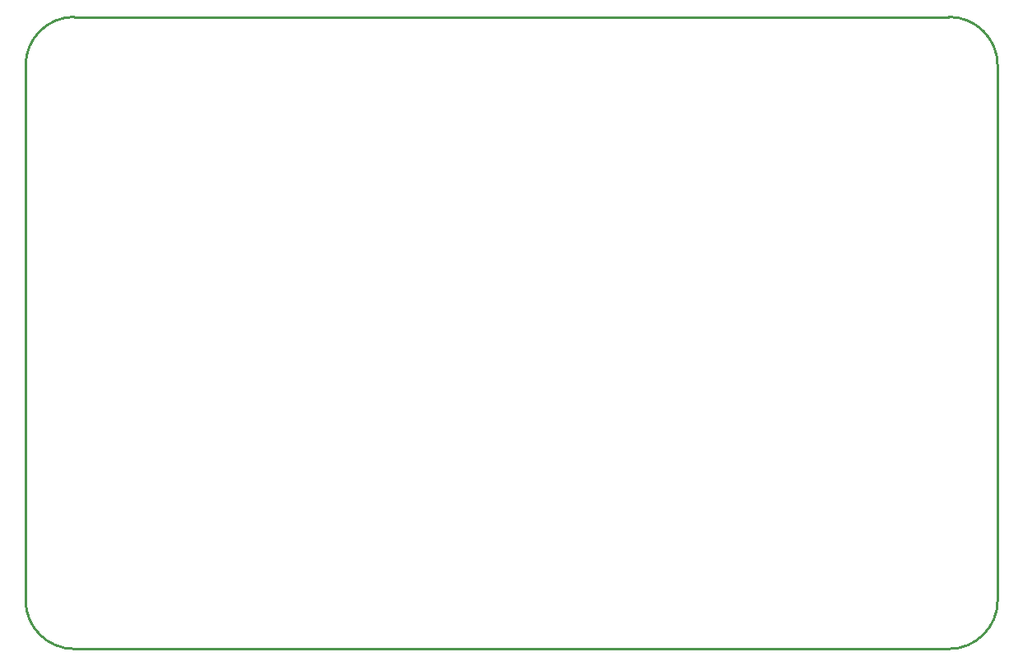
<source format=gko>
G04 Layer: BoardOutlineLayer*
G04 EasyEDA v6.5.51, 2025-11-04 20:26:23*
G04 623bb76df6fb496f828c8c95ac90ab9a,07aaf3ec58ed4e568cacc845e37e2e79,10*
G04 Gerber Generator version 0.2*
G04 Scale: 100 percent, Rotated: No, Reflected: No *
G04 Dimensions in millimeters *
G04 leading zeros omitted , absolute positions ,4 integer and 5 decimal *
%FSLAX45Y45*%
%MOMM*%

%ADD10C,0.2540*%
%ADD11C,0.0140*%
D10*
X499998Y6499987D02*
G01*
X9499981Y6499987D01*
X9499981Y0D02*
G01*
X499998Y0D01*
X9999979Y5999987D02*
G01*
X9999979Y499998D01*
X0Y499998D02*
G01*
X0Y5999987D01*
G75*
G01*
X499999Y0D02*
G02*
X0Y499999I0J499999D01*
G75*
G01*
X0Y5999988D02*
G02*
X499999Y6499987I499999J0D01*
G75*
G01*
X9999980Y499999D02*
G02*
X9499981Y0I-499999J0D01*
G75*
G01*
X9499981Y6499987D02*
G02*
X9999980Y5999988I0J-499999D01*

%LPD*%
M02*

</source>
